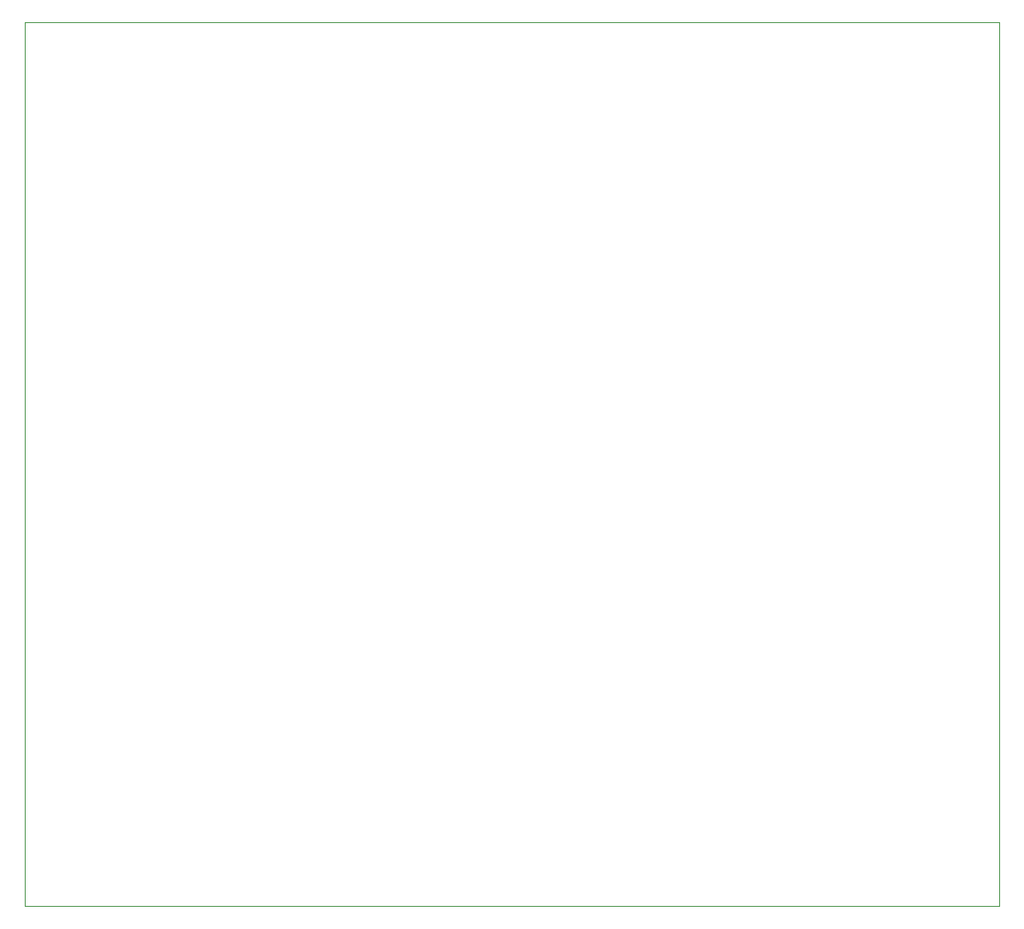
<source format=gbr>
%TF.GenerationSoftware,KiCad,Pcbnew,(5.0.2)-1*%
%TF.CreationDate,2019-02-13T13:41:15+09:00*%
%TF.ProjectId,16F676-mppt,31364636-3736-42d6-9d70-70742e6b6963,1.7*%
%TF.SameCoordinates,Original*%
%TF.FileFunction,Profile,NP*%
%FSLAX46Y46*%
G04 Gerber Fmt 4.6, Leading zero omitted, Abs format (unit mm)*
G04 Created by KiCad (PCBNEW (5.0.2)-1) date 2019-02-13 오후 1:41:15*
%MOMM*%
%LPD*%
G01*
G04 APERTURE LIST*
%ADD10C,0.100000*%
G04 APERTURE END LIST*
D10*
X12192000Y-99822000D02*
X12192000Y-12192000D01*
X108712000Y-99822000D02*
X12192000Y-99822000D01*
X108712000Y-12192000D02*
X108712000Y-99822000D01*
X12192000Y-12192000D02*
X108712000Y-12192000D01*
M02*

</source>
